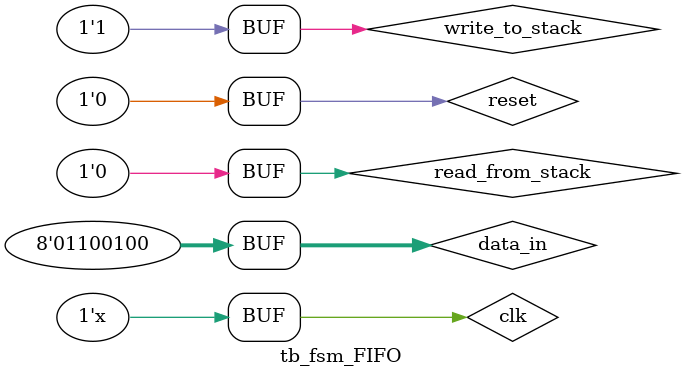
<source format=v>
`timescale 1ns / 1ps

module tb_fsm_FIFO();
    parameter num_of_words  = 32; // number of words that can be stored in the queue
    parameter word_length   = 8;  // length of each word in the queue
    parameter pointer_width = 5;  // width of the pointer 
    
    // FSM STATES
    parameter idle       = 3'b1xx;
    parameter read_only  = 3'b001;
    parameter write_only = 3'b010;
    parameter both       = 3'b011;   

    reg [word_length - 1:0] data_in;
    reg         clk,
                reset,
                write_to_stack,
                read_from_stack;
          
    wire    stack_full,
            stack_empty;           
    wire    [word_length - 1:0] data_out;
    
    queue_fsm   uut(clk,             // input clock
                    reset,           // set everything to zero
                    data_in,         // input data word
                    write_to_stack,  // write the data_in into the FIFO if this is asserted
                    read_from_stack, // output the data word from the FIFO when asserted
                    stack_full,      // generate a signal when the FIFO is full
                    stack_empty,     // generate a signal when the FIFO is empty
                    data_out         // output signal
                    );
                        
    initial begin
        clk = 0;
        reset = 1;
        
        #10
        reset = 0;
        read_from_stack = 0;
        write_to_stack = 1;
        data_in = 8'd1;
        
        #10
        data_in = 8'd10;
        
        #10
        data_in = 8'd20;
        
        #10
        write_to_stack = 0;
        read_from_stack = 1;
        data_in = 8'd40;
        
        #10 
        write_to_stack = 0;
        data_in = 8'd41;
        
        #10 
        write_to_stack = 1;
        read_from_stack = 0;
        data_in = 8'd42;
        
        #10
        data_in = 8'd30;
        
        #10
        write_to_stack = 0;
        read_from_stack = 1;
        data_in = 8'd25;       
        
        #10 
        write_to_stack = 1;
        read_from_stack = 0;
        data_in =  8'd26;
        
        #10 
        data_in =  8'd27;    
        
        #10 
        data_in =  8'd28;
        
        #10 
        data_in =  8'd29;        
        
        #10 
        data_in =  8'd27;    
        
        #10 
        data_in =  8'd28;
        
        #10 
        data_in =  8'd29;  
        
        #10 
        data_in =  8'd27;    
        
        #10 
        data_in =  8'd28;
        
        #10 
        data_in =  8'd29;  
        
        #10 
        data_in =  8'd27;    
        
        #10 
        data_in =  8'd38;
        
        #10 
        data_in =  8'd39;        
        
        #10 
        data_in =  8'd37;    
        
        #10 
        data_in =  8'd38;
        
        #10 
        data_in =  8'd39;  
        
        #10 
        data_in =  8'd47;    
        
        #10 
        data_in =  8'd48;
        
        #10 
        data_in =  8'd49;  
        
        #10 
        data_in =  8'd69;        
        
        #10 
        data_in =  8'd67;    
        
        #10 
        data_in =  8'd78;
        
        #10 
        data_in =  8'd79;  
        
        #10 
        data_in =  8'd77;    
        
        #10 
        data_in =  8'd78;
        
        #10 
        data_in =  8'd79;
        
        #10 
        data_in =  8'd87;    
        
        #10 
        data_in =  8'd88;
        
        #10 
        data_in =  8'd89; 
        
        #10 
        data_in =  8'd98;
        
        #10 
        data_in =  8'd99;  
        
        #10
        write_to_stack = 0;
        read_from_stack = 1;
        data_in = 8'd100;
        
        #10
        data_in = 9'd101;
        
        #10
        write_to_stack = 1;
        read_from_stack = 0;
        data_in = 8'd100;
   end
   
   always #5 clk = ~clk;   
        
endmodule

</source>
